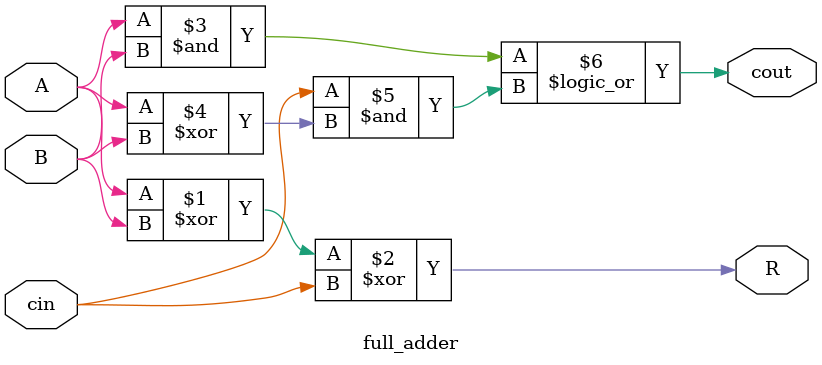
<source format=sv>
module full_adder(input A, B, cin, output R, cout);

	assign R = (A ^ B) ^ cin;
	assign cout = (A & B) || (cin & (A ^ B));

endmodule
</source>
